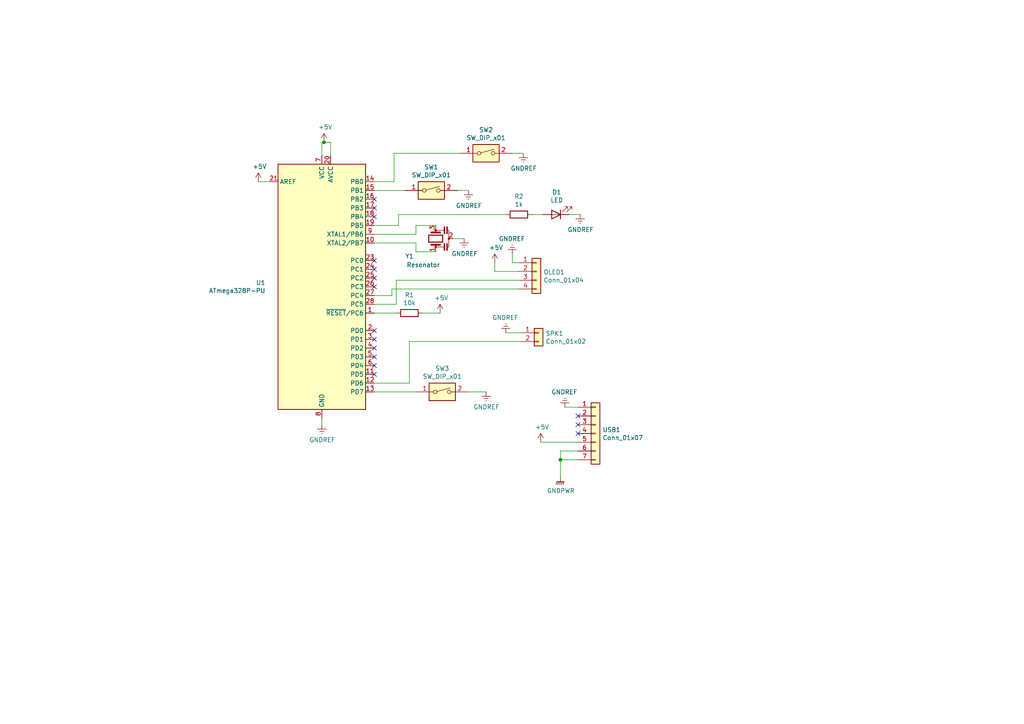
<source format=kicad_sch>
(kicad_sch (version 20230121) (generator eeschema)
  (paper "A4")
  (lib_symbols
    (symbol "Connector_Generic:Conn_01x02" (pin_names (offset 1.016) hide)
      (property "Reference" "J" (at 0 2.54 0))
      (property "Value" "Conn_01x02" (at 0 -5.08 0))
      (symbol "Conn_01x02_1_1"
        (rectangle (start -1.27 -2.413) (end 0 -2.667) (stroke (width 0.1524)))
        (rectangle (start -1.27 0.127) (end 0 -0.127) (stroke (width 0.1524)))
        (rectangle (start -1.27 1.27) (end 1.27 -3.81) (stroke (width 0.254)) (fill (type background)))
        (pin passive line (at -5.08 0 0) (length 3.81) (name "Pin_1") (number "1"))
        (pin passive line (at -5.08 -2.54 0) (length 3.81) (name "Pin_2") (number "2"))
      )
    )
    (symbol "Connector_Generic:Conn_01x04" (pin_names (offset 1.016) hide)
      (property "Reference" "J" (at 0 5.08 0))
      (property "Value" "Conn_01x04" (at 0 -7.62 0))
      (symbol "Conn_01x04_1_1"
        (rectangle (start -1.27 -4.953) (end 0 -5.207) (stroke (width 0.1524)))
        (rectangle (start -1.27 -2.413) (end 0 -2.667) (stroke (width 0.1524)))
        (rectangle (start -1.27 0.127) (end 0 -0.127) (stroke (width 0.1524)))
        (rectangle (start -1.27 2.667) (end 0 2.413) (stroke (width 0.1524)))
        (rectangle (start -1.27 3.81) (end 1.27 -6.35) (stroke (width 0.254)) (fill (type background)))
        (pin passive line (at -5.08 2.54 0) (length 3.81) (name "Pin_1") (number "1"))
        (pin passive line (at -5.08 0 0) (length 3.81) (name "Pin_2") (number "2"))
        (pin passive line (at -5.08 -2.54 0) (length 3.81) (name "Pin_3") (number "3"))
        (pin passive line (at -5.08 -5.08 0) (length 3.81) (name "Pin_4") (number "4"))
      )
    )
    (symbol "Connector_Generic:Conn_01x07" (pin_names (offset 1.016) hide)
      (property "Reference" "J" (at 0 10.16 0))
      (property "Value" "Conn_01x07" (at 0 -10.16 0))
      (symbol "Conn_01x07_1_1"
        (rectangle (start -1.27 -7.493) (end 0 -7.747) (stroke (width 0.1524)))
        (rectangle (start -1.27 -4.953) (end 0 -5.207) (stroke (width 0.1524)))
        (rectangle (start -1.27 -2.413) (end 0 -2.667) (stroke (width 0.1524)))
        (rectangle (start -1.27 0.127) (end 0 -0.127) (stroke (width 0.1524)))
        (rectangle (start -1.27 2.667) (end 0 2.413) (stroke (width 0.1524)))
        (rectangle (start -1.27 5.207) (end 0 4.953) (stroke (width 0.1524)))
        (rectangle (start -1.27 7.747) (end 0 7.493) (stroke (width 0.1524)))
        (rectangle (start -1.27 8.89) (end 1.27 -8.89) (stroke (width 0.254)) (fill (type background)))
        (pin passive line (at -5.08 7.62 0) (length 3.81) (name "Pin_1") (number "1"))
        (pin passive line (at -5.08 5.08 0) (length 3.81) (name "Pin_2") (number "2"))
        (pin passive line (at -5.08 2.54 0) (length 3.81) (name "Pin_3") (number "3"))
        (pin passive line (at -5.08 0 0) (length 3.81) (name "Pin_4") (number "4"))
        (pin passive line (at -5.08 -2.54 0) (length 3.81) (name "Pin_5") (number "5"))
        (pin passive line (at -5.08 -5.08 0) (length 3.81) (name "Pin_6") (number "6"))
        (pin passive line (at -5.08 -7.62 0) (length 3.81) (name "Pin_7") (number "7"))
      )
    )
    (symbol "Device:LED" (pin_numbers hide) (pin_names (offset 1.016) hide)
      (property "Reference" "D" (at 0 2.54 0))
      (property "Value" "LED" (at 0 -2.54 0))
      (symbol "LED_0_1"
        (polyline (pts (xy -1.27 -1.27) (xy -1.27 1.27)) (stroke (width 0.254)))
        (polyline (pts (xy -1.27 0) (xy 1.27 0)))
        (polyline (pts (xy 1.27 -1.27) (xy 1.27 1.27) (xy -1.27 0) (xy 1.27 -1.27)) (stroke (width 0.254)))
        (polyline (pts (xy -3.048 -0.762) (xy -4.572 -2.286) (xy -3.81 -2.286) (xy -4.572 -2.286) (xy -4.572 -1.524)))
        (polyline (pts (xy -1.778 -0.762) (xy -3.302 -2.286) (xy -2.54 -2.286) (xy -3.302 -2.286) (xy -3.302 -1.524)))
      )
      (symbol "LED_1_1"
        (pin passive line (at -3.81 0 0) (length 2.54) (name "K") (number "1"))
        (pin passive line (at 3.81 0 180) (length 2.54) (name "A") (number "2"))
      )
    )
    (symbol "Device:R" (pin_numbers hide) (pin_names (offset 0))
      (property "Reference" "R" (at 2.032 0 90))
      (property "Value" "R" (at 0 0 90))
      (symbol "R_0_1"
        (rectangle (start -1.016 -2.54) (end 1.016 2.54) (stroke (width 0.254)))
      )
      (symbol "R_1_1"
        (pin passive line (at 0 3.81 270) (length 1.27) (name "~") (number "1"))
        (pin passive line (at 0 -3.81 90) (length 1.27) (name "~") (number "2"))
      )
    )
    (symbol "Device:Resonator" (pin_names (offset 1.016) hide)
      (property "Reference" "Y" (at 0 5.715 0))
      (property "Value" "Resonator" (at 0 3.81 0))
      (symbol "Resonator_0_1"
        (rectangle (start -3.429 -3.175) (end -1.397 -3.429) (fill (type outline)))
        (rectangle (start -3.429 -2.413) (end -1.397 -2.667) (fill (type outline)))
        (circle (center -2.413 0) (radius 0.254) (fill (type outline)))
        (rectangle (start -1.016 2.032) (end 1.016 -2.032) (stroke (width 0.3048)))
        (circle (center 0 -3.81) (radius 0.254) (fill (type outline)))
        (polyline (pts (xy -2.413 -2.413) (xy -2.413 0)))
        (polyline (pts (xy -1.905 0) (xy -3.175 0)))
        (polyline (pts (xy -1.778 -1.27) (xy -1.778 1.27)) (stroke (width 0.508)))
        (polyline (pts (xy 1.778 -1.27) (xy 1.778 1.27)) (stroke (width 0.508)))
        (polyline (pts (xy 1.905 0) (xy 2.54 0)))
        (polyline (pts (xy 2.413 0) (xy 2.413 -2.54)))
        (polyline (pts (xy 2.413 -3.302) (xy 2.413 -3.81) (xy -2.413 -3.81) (xy -2.413 -3.302)))
        (rectangle (start 1.397 -3.175) (end 3.429 -3.429) (fill (type outline)))
        (rectangle (start 1.397 -2.413) (end 3.429 -2.667) (fill (type outline)))
        (circle (center 2.413 0) (radius 0.254) (fill (type outline)))
      )
      (symbol "Resonator_1_1"
        (pin passive line (at -3.81 0 0) (length 1.27) (name "1") (number "1"))
        (pin passive line (at 0 -5.08 90) (length 1.27) (name "2") (number "2"))
        (pin passive line (at 3.81 0 180) (length 1.27) (name "3") (number "3"))
      )
    )
    (symbol "Switch:SW_DIP_x01" (pin_names (offset 0) hide)
      (property "Reference" "SW" (at 0 3.81 0))
      (property "Value" "SW_DIP_x01" (at 0 -3.81 0))
      (symbol "SW_DIP_x01_0_0"
        (circle (center -2.032 0) (radius 0.508))
        (polyline (pts (xy -1.524 0.127) (xy 2.3622 1.1684)))
        (circle (center 2.032 0) (radius 0.508))
      )
      (symbol "SW_DIP_x01_0_1"
        (rectangle (start -3.81 2.54) (end 3.81 -2.54) (stroke (width 0.254)) (fill (type background)))
      )
      (symbol "SW_DIP_x01_1_1"
        (pin passive line (at -7.62 0 0) (length 5.08) (name "~") (number "1"))
        (pin passive line (at 7.62 0 180) (length 5.08) (name "~") (number "2"))
      )
    )
    (symbol "power:+5V" (power) (pin_names (offset 0))
      (property "Value" "+5V" (at 0 3.556 0))
      (symbol "+5V_0_1"
        (polyline (pts (xy -0.762 1.27) (xy 0 2.54)))
        (polyline (pts (xy 0 0) (xy 0 2.54)))
        (polyline (pts (xy 0 2.54) (xy 0.762 1.27)))
      )
      (symbol "+5V_1_1"
        (pin power_in line (at 0 0 90) (length 0) hide (name "+5V") (number "1"))
      )
    )
    (symbol "power:GNDPWR" (power) (pin_names (offset 0))
      (property "Value" "GNDPWR" (at 0 -3.302 0))
      (symbol "GNDPWR_0_1"
        (polyline (pts (xy 0 -1.27) (xy 0 0)))
        (polyline (pts (xy -1.016 -1.27) (xy -1.27 -2.032) (xy -1.27 -2.032)) (stroke (width 0.2032)))
        (polyline (pts (xy -0.508 -1.27) (xy -0.762 -2.032) (xy -0.762 -2.032)) (stroke (width 0.2032)))
        (polyline (pts (xy 0 -1.27) (xy -0.254 -2.032) (xy -0.254 -2.032)) (stroke (width 0.2032)))
        (polyline (pts (xy 0.508 -1.27) (xy 0.254 -2.032) (xy 0.254 -2.032)) (stroke (width 0.2032)))
        (polyline (pts (xy 1.016 -1.27) (xy -1.016 -1.27) (xy -1.016 -1.27)) (stroke (width 0.2032)))
        (polyline (pts (xy 1.016 -1.27) (xy 0.762 -2.032) (xy 0.762 -2.032) (xy 0.762 -2.032)) (stroke (width 0.2032)))
      )
      (symbol "GNDPWR_1_1"
        (pin power_in line (at 0 0 270) (length 0) hide (name "GNDPWR") (number "1"))
      )
    )
    (symbol "power:GNDREF" (power) (pin_names (offset 0))
      (property "Value" "GNDREF" (at 0 -3.81 0))
      (symbol "GNDREF_0_1"
        (polyline (pts (xy -0.635 -1.905) (xy 0.635 -1.905)))
        (polyline (pts (xy -0.127 -2.54) (xy 0.127 -2.54)))
        (polyline (pts (xy 0 -1.27) (xy 0 0)))
        (polyline (pts (xy 1.27 -1.27) (xy -1.27 -1.27)))
      )
      (symbol "GNDREF_1_1"
        (pin power_in line (at 0 0 270) (length 0) hide (name "GNDREF") (number "1"))
      )
    )
    (symbol "tamaguino-rescue:ATmega328P-PU-MCU_Microchip_ATmega"
      (property "Reference" "U" (at -12.7 36.83 0))
      (property "Value" "MCU_Microchip_ATmega_ATmega328P-PU" (at 2.54 -36.83 0))
      (symbol "ATmega328P-PU-MCU_Microchip_ATmega_0_1"
        (rectangle (start -12.7 -35.56) (end 12.7 35.56) (stroke (width 0.254)) (fill (type background)))
      )
      (symbol "ATmega328P-PU-MCU_Microchip_ATmega_1_1"
        (pin bidirectional line (at 15.24 -7.62 180) (length 2.54) (name "~{RESET}/PC6") (number "1"))
        (pin bidirectional line (at 15.24 12.7 180) (length 2.54) (name "XTAL2/PB7") (number "10"))
        (pin bidirectional line (at 15.24 -25.4 180) (length 2.54) (name "PD5") (number "11"))
        (pin bidirectional line (at 15.24 -27.94 180) (length 2.54) (name "PD6") (number "12"))
        (pin bidirectional line (at 15.24 -30.48 180) (length 2.54) (name "PD7") (number "13"))
        (pin bidirectional line (at 15.24 30.48 180) (length 2.54) (name "PB0") (number "14"))
        (pin bidirectional line (at 15.24 27.94 180) (length 2.54) (name "PB1") (number "15"))
        (pin bidirectional line (at 15.24 25.4 180) (length 2.54) (name "PB2") (number "16"))
        (pin bidirectional line (at 15.24 22.86 180) (length 2.54) (name "PB3") (number "17"))
        (pin bidirectional line (at 15.24 20.32 180) (length 2.54) (name "PB4") (number "18"))
        (pin bidirectional line (at 15.24 17.78 180) (length 2.54) (name "PB5") (number "19"))
        (pin bidirectional line (at 15.24 -12.7 180) (length 2.54) (name "PD0") (number "2"))
        (pin power_in line (at 2.54 38.1 270) (length 2.54) (name "AVCC") (number "20"))
        (pin passive line (at -15.24 30.48 0) (length 2.54) (name "AREF") (number "21"))
        (pin passive line (at 0 -38.1 90) (length 2.54) hide (name "GND") (number "22"))
        (pin bidirectional line (at 15.24 7.62 180) (length 2.54) (name "PC0") (number "23"))
        (pin bidirectional line (at 15.24 5.08 180) (length 2.54) (name "PC1") (number "24"))
        (pin bidirectional line (at 15.24 2.54 180) (length 2.54) (name "PC2") (number "25"))
        (pin bidirectional line (at 15.24 0 180) (length 2.54) (name "PC3") (number "26"))
        (pin bidirectional line (at 15.24 -2.54 180) (length 2.54) (name "PC4") (number "27"))
        (pin bidirectional line (at 15.24 -5.08 180) (length 2.54) (name "PC5") (number "28"))
        (pin bidirectional line (at 15.24 -15.24 180) (length 2.54) (name "PD1") (number "3"))
        (pin bidirectional line (at 15.24 -17.78 180) (length 2.54) (name "PD2") (number "4"))
        (pin bidirectional line (at 15.24 -20.32 180) (length 2.54) (name "PD3") (number "5"))
        (pin bidirectional line (at 15.24 -22.86 180) (length 2.54) (name "PD4") (number "6"))
        (pin power_in line (at 0 38.1 270) (length 2.54) (name "VCC") (number "7"))
        (pin power_in line (at 0 -38.1 90) (length 2.54) (name "GND") (number "8"))
        (pin bidirectional line (at 15.24 15.24 180) (length 2.54) (name "XTAL1/PB6") (number "9"))
      )
    )
  )
  (junction (at 162.56 133.35))
  (junction (at 93.98 41.275))
  (no_connect (at 108.585 95.885))
  (no_connect (at 108.585 98.425))
  (no_connect (at 108.585 60.325))
  (no_connect (at 108.585 100.965))
  (no_connect (at 108.585 75.565))
  (no_connect (at 108.585 62.865))
  (no_connect (at 108.585 80.645))
  (no_connect (at 108.585 108.585))
  (no_connect (at 108.585 103.505))
  (no_connect (at 167.64 125.73))
  (no_connect (at 108.585 57.785))
  (no_connect (at 167.64 123.19))
  (no_connect (at 108.585 78.105))
  (no_connect (at 108.585 83.185))
  (no_connect (at 167.64 120.65))
  (no_connect (at 108.585 106.045))
  (wire (pts (xy 114.3 52.705) (xy 114.3 44.45)))
  (wire (pts (xy 108.585 67.945) (xy 120.65 67.945)))
  (wire (pts (xy 115.57 62.23) (xy 146.685 62.23)))
  (wire (pts (xy 150.495 78.74) (xy 143.51 78.74)))
  (wire (pts (xy 95.885 41.275) (xy 93.98 41.275)))
  (wire (pts (xy 143.51 78.74) (xy 143.51 76.2)))
  (wire (pts (xy 108.585 52.705) (xy 114.3 52.705)))
  (wire (pts (xy 162.56 130.81) (xy 162.56 133.35)))
  (wire (pts (xy 108.585 70.485) (xy 120.65 70.485)))
  (wire (pts (xy 132.715 55.245) (xy 135.89 55.245)))
  (wire (pts (xy 108.585 65.405) (xy 115.57 65.405)))
  (wire (pts (xy 108.585 88.265) (xy 114.935 88.265)))
  (wire (pts (xy 165.1 62.23) (xy 168.275 62.23)))
  (wire (pts (xy 93.345 41.275) (xy 93.345 45.085)))
  (wire (pts (xy 114.935 88.265) (xy 114.935 81.28)))
  (wire (pts (xy 150.495 76.2) (xy 148.59 76.2)))
  (wire (pts (xy 108.585 111.125) (xy 118.745 111.125)))
  (wire (pts (xy 120.65 70.485) (xy 120.65 73.025)))
  (wire (pts (xy 140.97 113.665) (xy 135.89 113.665)))
  (wire (pts (xy 120.65 73.025) (xy 126.365 73.025)))
  (wire (pts (xy 148.59 44.45) (xy 151.765 44.45)))
  (wire (pts (xy 167.64 133.35) (xy 162.56 133.35)))
  (wire (pts (xy 118.745 111.125) (xy 118.745 99.06)))
  (wire (pts (xy 120.65 67.945) (xy 120.65 65.405)))
  (wire (pts (xy 120.65 65.405) (xy 126.365 65.405)))
  (wire (pts (xy 167.64 130.81) (xy 162.56 130.81)))
  (wire (pts (xy 127.635 90.805) (xy 122.555 90.805)))
  (wire (pts (xy 148.59 76.2) (xy 148.59 73.66)))
  (wire (pts (xy 154.305 62.23) (xy 157.48 62.23)))
  (wire (pts (xy 167.64 118.11) (xy 163.83 118.11)))
  (wire (pts (xy 113.665 85.725) (xy 108.585 85.725)))
  (wire (pts (xy 95.885 41.275) (xy 95.885 45.085)))
  (wire (pts (xy 151.13 96.52) (xy 146.685 96.52)))
  (wire (pts (xy 150.495 83.82) (xy 113.665 83.82)))
  (wire (pts (xy 114.935 90.805) (xy 108.585 90.805)))
  (wire (pts (xy 78.105 52.705) (xy 74.93 52.705)))
  (wire (pts (xy 93.345 121.285) (xy 93.345 123.19)))
  (wire (pts (xy 108.585 55.245) (xy 117.475 55.245)))
  (wire (pts (xy 114.935 81.28) (xy 150.495 81.28)))
  (wire (pts (xy 93.345 41.275) (xy 93.98 41.275)))
  (wire (pts (xy 108.585 113.665) (xy 120.65 113.665)))
  (wire (pts (xy 131.445 69.215) (xy 134.62 69.215)))
  (wire (pts (xy 115.57 65.405) (xy 115.57 62.23)))
  (wire (pts (xy 162.56 133.35) (xy 162.56 138.43)))
  (wire (pts (xy 114.3 44.45) (xy 133.35 44.45)))
  (wire (pts (xy 113.665 83.82) (xy 113.665 85.725)))
  (wire (pts (xy 167.64 128.27) (xy 156.845 128.27)))
  (wire (pts (xy 118.745 99.06) (xy 151.13 99.06)))
  (symbol (lib_id "tamaguino-rescue:ATmega328P-PU-MCU_Microchip_ATmega") (at 93.345 83.185 0) (unit 1)
    (property "Reference" "U1" (at 76.9874 82.0166 0) (effects (justify right)))
    (property "Value" "ATmega328P-PU" (at 76.9874 84.328 0) (effects (justify right)))
    (property "Footprint" "Package_DIP:DIP-28_W7.62mm" (effects hide))
    (property "Datasheet" "http://ww1.microchip.com/downloads/en/DeviceDoc/ATmega328_P%20AVR%20MCU%20with%20picoPower%20Technology%20Data%20Sheet%2040001984A.pdf" (effects hide))
  )
  (symbol (lib_id "power:GNDREF") (at 93.345 123.19 0) (unit 1)
    (property "Reference" "#PWR0101" (effects hide))
    (property "Value" "GNDREF" (at 93.472 127.5842 0))
  )
  (symbol (lib_id "Device:Resonator") (at 126.365 69.215 90) (unit 1)
    (property "Reference" "Y1" (at 120.015 74.295 90) (effects (justify left)))
    (property "Value" "Resonator" (at 127.635 76.835 90) (effects (justify left)))
    (property "Footprint" "Crystal:Resonator-3Pin_W7.0mm_H2.5mm" (effects hide))
  )
  (symbol (lib_id "power:GNDREF") (at 134.62 69.215 0) (unit 1)
    (property "Reference" "#PWR0102" (effects hide))
    (property "Value" "GNDREF" (at 134.747 73.6092 0))
  )
  (symbol (lib_id "power:+5V") (at 93.98 41.275 0) (unit 1)
    (property "Reference" "#PWR0103" (effects hide))
    (property "Value" "+5V" (at 94.361 36.8808 0))
  )
  (symbol (lib_id "Device:R") (at 118.745 90.805 270) (unit 1)
    (property "Reference" "R1" (at 118.745 85.5472 90))
    (property "Value" "10k" (at 118.745 87.8586 90))
    (property "Footprint" "Resistor_THT:R_Axial_DIN0207_L6.3mm_D2.5mm_P7.62mm_Horizontal" (effects hide))
  )
  (symbol (lib_id "power:+5V") (at 127.635 90.805 0) (unit 1)
    (property "Reference" "#PWR0104" (effects hide))
    (property "Value" "+5V" (at 128.016 86.4108 0))
  )
  (symbol (lib_id "Connector_Generic:Conn_01x04") (at 155.575 78.74 0) (unit 1)
    (property "Reference" "OLED1" (at 157.607 78.9432 0) (effects (justify left)))
    (property "Value" "Conn_01x04" (at 157.607 81.2546 0) (effects (justify left)))
    (property "Footprint" "Connector_PinHeader_2.54mm:PinHeader_1x04_P2.54mm_Vertical" (effects hide))
  )
  (symbol (lib_id "power:GNDREF") (at 148.59 73.66 180) (unit 1)
    (property "Reference" "#PWR0105" (effects hide))
    (property "Value" "GNDREF" (at 148.463 69.2658 0))
  )
  (symbol (lib_id "power:+5V") (at 143.51 76.2 0) (unit 1)
    (property "Reference" "#PWR0106" (effects hide))
    (property "Value" "+5V" (at 143.891 71.8058 0))
  )
  (symbol (lib_id "Switch:SW_DIP_x01") (at 128.27 113.665 0) (unit 1)
    (property "Reference" "SW3" (at 128.27 106.8832 0))
    (property "Value" "SW_DIP_x01" (at 128.27 109.1946 0))
    (property "Footprint" "Button_Switch_THT:SW_PUSH_6mm" (effects hide))
  )
  (symbol (lib_id "Switch:SW_DIP_x01") (at 125.095 55.245 0) (unit 1)
    (property "Reference" "SW1" (at 125.095 48.4632 0))
    (property "Value" "SW_DIP_x01" (at 125.095 50.7746 0))
    (property "Footprint" "Button_Switch_THT:SW_PUSH_6mm" (effects hide))
  )
  (symbol (lib_id "Switch:SW_DIP_x01") (at 140.97 44.45 0) (unit 1)
    (property "Reference" "SW2" (at 140.97 37.6682 0))
    (property "Value" "SW_DIP_x01" (at 140.97 39.9796 0))
    (property "Footprint" "Button_Switch_THT:SW_PUSH_6mm" (effects hide))
  )
  (symbol (lib_id "power:GNDREF") (at 140.97 113.665 0) (unit 1)
    (property "Reference" "#PWR0107" (effects hide))
    (property "Value" "GNDREF" (at 141.097 118.0592 0))
  )
  (symbol (lib_id "power:GNDREF") (at 135.89 55.245 0) (unit 1)
    (property "Reference" "#PWR0108" (effects hide))
    (property "Value" "GNDREF" (at 136.017 59.6392 0))
  )
  (symbol (lib_id "power:GNDREF") (at 151.765 44.45 0) (unit 1)
    (property "Reference" "#PWR0109" (effects hide))
    (property "Value" "GNDREF" (at 151.892 48.8442 0))
  )
  (symbol (lib_id "power:+5V") (at 74.93 52.705 0) (unit 1)
    (property "Reference" "#PWR0110" (effects hide))
    (property "Value" "+5V" (at 75.311 48.3108 0))
  )
  (symbol (lib_id "Device:R") (at 150.495 62.23 270) (unit 1)
    (property "Reference" "R2" (at 150.495 56.9722 90))
    (property "Value" "1k" (at 150.495 59.2836 90))
    (property "Footprint" "Resistor_THT:R_Axial_DIN0207_L6.3mm_D2.5mm_P7.62mm_Horizontal" (effects hide))
  )
  (symbol (lib_id "Device:LED") (at 161.29 62.23 180) (unit 1)
    (property "Reference" "D1" (at 161.4678 55.753 0))
    (property "Value" "LED" (at 161.4678 58.0644 0))
    (property "Footprint" "LED_THT:LED_D5.0mm" (effects hide))
  )
  (symbol (lib_id "power:GNDREF") (at 168.275 62.23 0) (unit 1)
    (property "Reference" "#PWR0111" (effects hide))
    (property "Value" "GNDREF" (at 168.402 66.6242 0))
  )
  (symbol (lib_id "Connector_Generic:Conn_01x02") (at 156.21 96.52 0) (unit 1)
    (property "Reference" "SPK1" (at 158.242 96.7232 0) (effects (justify left)))
    (property "Value" "Conn_01x02" (at 158.242 99.0346 0) (effects (justify left)))
    (property "Footprint" "Capacitor_THT:C_Radial_D12.5mm_H20.0mm_P5.00mm" (effects hide))
  )
  (symbol (lib_id "power:GNDREF") (at 146.685 96.52 180) (unit 1)
    (property "Reference" "#PWR0112" (effects hide))
    (property "Value" "GNDREF" (at 146.558 92.1258 0))
  )
  (symbol (lib_id "Connector_Generic:Conn_01x07") (at 172.72 125.73 0) (unit 1)
    (property "Reference" "USB1" (at 174.752 124.6632 0) (effects (justify left)))
    (property "Value" "Conn_01x07" (at 174.752 126.9746 0) (effects (justify left)))
    (property "Footprint" "lcd:USB-AMAZON(PERSONAL_LIBRARY)" (effects hide))
  )
  (symbol (lib_id "power:GNDREF") (at 163.83 118.11 180) (unit 1)
    (property "Reference" "#PWR0113" (effects hide))
    (property "Value" "GNDREF" (at 163.703 113.7158 0))
  )
  (symbol (lib_id "power:+5V") (at 156.845 128.27 0) (unit 1)
    (property "Reference" "#PWR0114" (effects hide))
    (property "Value" "+5V" (at 157.226 123.8758 0))
  )
  (symbol (lib_id "power:GNDPWR") (at 162.56 138.43 0) (unit 1)
    (property "Reference" "#PWR0115" (effects hide))
    (property "Value" "GNDPWR" (at 162.6616 142.3416 0))
  )
)
</source>
